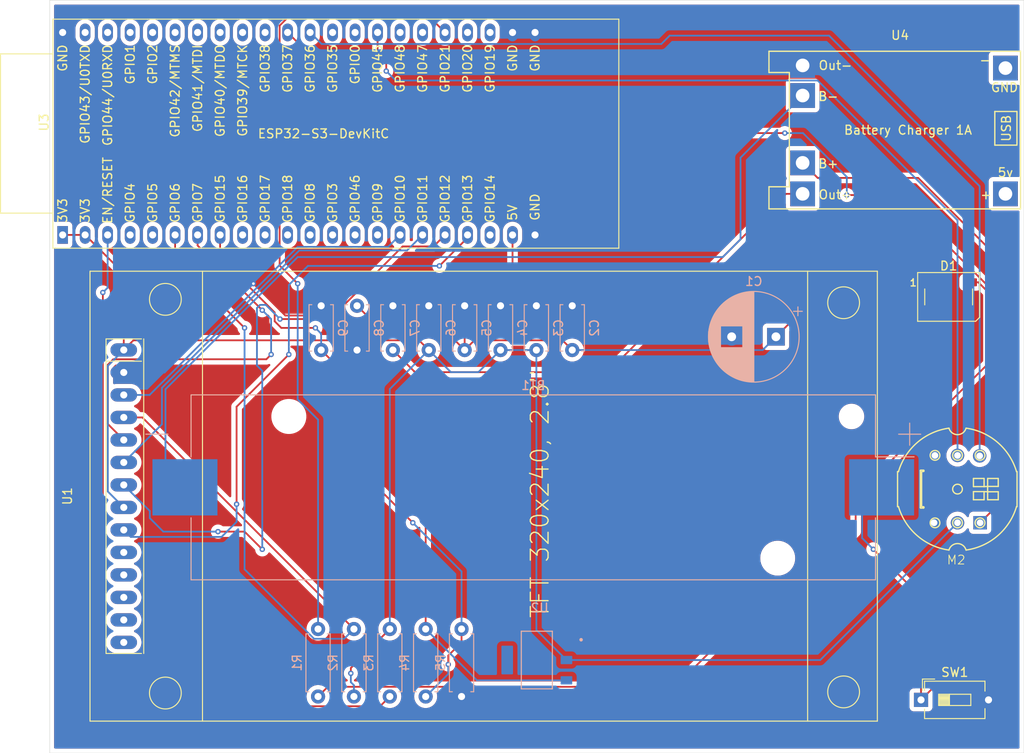
<source format=kicad_pcb>
(kicad_pcb (version 20241229) (generator "pcbnew") (generator_version "9.0")
  (layers (0 "F.Cu" signal) (2 "B.Cu" signal) (13 "F.Paste" user) (15 "B.Paste" user) (5 "F.SilkS" user "F.Silkscreen") (7 "B.SilkS" user "B.Silkscreen") (1 "F.Mask" user) (3 "B.Mask" user) (25 "Edge.Cuts" user))
  (net 0 "")
  (net 1 "Net-(BT1-+)")
  (net 2 "Net-(BT1--)")
  (net 3 "+5V")
  (net 4 "GND")
  (net 5 "+3V3")
  (net 6 "Net-(U2-VI)")
  (net 7 "Net-(U3-GPIO15{slash}ADC2_CH4{slash}32K_P)")
  (net 8 "Net-(D1-DIN)")
  (net 10 "I2S_SD")
  (net 11 "I2S_WS")
  (net 12 "I2S_SCK")
  (net 13 "NEO_DIN")
  (net 14 "TFT_RST")
  (net 15 "Net-(U3-CHIP_PU)")
  (net 16 "TFT_MOSI")
  (net 17 "TFT_DC")
  (net 18 "TFT_SCK")
  (net 24 "TFT_MISO")
  (net 25 "TFT_CS")
  (footprint "PCM_Espressif:ESP32-S3-DevKitC" (layer "F.Cu") (at 96.46 88.5 90)
    (property "Reference" "U3" (at 12.7 -2.1 90) (layer "F.SilkS"))
    (property "Value" "ESP32-S3-DevKitC" (at 11.42632 29.46128 0) (layer "F.SilkS"))
    (fp_text user "GPIO15" (at 1.27 17.78 90) (layer "F.SilkS") (effects (justify left)))
    (fp_text user "EN/RESET" (at 8.88632 5.07728 90) (layer "F.SilkS") (effects (justify right)))
    (fp_text user "GPIO1" (at 21.59 7.62 90) (layer "F.SilkS") (effects (justify right)))
    (fp_text user "GPIO43/U0TXD" (at 21.59 2.54 90) (layer "F.SilkS") (effects (justify right)))
    (fp_text user "GND" (at 21.59 53.34 90) (layer "F.SilkS") (effects (justify right)))
    (fp_text user "GPIO3" (at 1.27 30.48 90) (layer "F.SilkS") (effects (justify left)))
    (fp_text user "GPIO12" (at 1.27 43.18 90) (layer "F.SilkS") (effects (justify left)))
    (fp_text user "GPIO6" (at 1.27 12.7 90) (layer "F.SilkS") (effects (justify left)))
    (fp_text user "GPIO45" (at 21.59 35.56 90) (layer "F.SilkS") (effects (justify right)))
    (fp_text user "GPIO13" (at 1.27 45.72 90) (layer "F.SilkS") (effects (justify left)))
    (fp_text user "GPIO17" (at 1.27 22.86 90) (layer "F.SilkS") (effects (justify left)))
    (fp_text user "5V" (at 1.52032 50.79728 90) (layer "F.SilkS") (effects (justify left)))
    (fp_text user "3V3" (at 1.27 0 90) (layer "F.SilkS") (effects (justify left)))
    (fp_text user "GPIO42/MTMS" (at 21.59 12.7 90) (layer "F.SilkS") (effects (justify right)))
    (fp_text user "GPIO8" (at 1.27 27.94 90) (layer "F.SilkS") (effects (justify left)))
    (fp_text user "GPIO41/MTDI" (at 21.59 15.24 90) (layer "F.SilkS") (effects (justify right)))
    (fp_text user "GND" (at 21.59 50.8 90) (layer "F.SilkS") (effects (justify right)))
    (fp_text user "GPIO18" (at 1.27 25.4 90) (layer "F.SilkS") (effects (justify left)))
    (fp_text user "GPIO11" (at 1.27 40.64 90) (layer "F.SilkS") (effects (justify left)))
    (fp_text user "GPIO2" (at 21.59 10.16 90) (layer "F.SilkS") (effects (justify right)))
    (fp_text user "GND" (at 1.52032 53.33728 90) (layer "F.SilkS") (effects (justify left)))
    (fp_text user "GPIO5" (at 1.27 10.16 90) (layer "F.SilkS") (effects (justify left)))
    (fp_text user "GPIO9" (at 1.27 35.56 90) (layer "F.SilkS") (effects (justify left)))
    (fp_text user "GPIO0" (at 21.59 33.02 90) (layer "F.SilkS") (effects (justify right)))
    (fp_text user "GND" (at 21.59 0 90) (layer "F.SilkS") (effects (justify right)))
    (fp_text user "GPIO44/U0RXD" (at 21.59 5.08 90) (layer "F.SilkS") (effects (justify right)))
    (fp_text user "GPIO35" (at 21.59 30.48 90) (layer "F.SilkS") (effects (justify right)))
    (fp_text user "GPIO14" (at 1.27 48.26 90) (layer "F.SilkS") (effects (justify left)))
    (fp_text user "GPIO39/MTCK" (at 21.59 20.32 90) (layer "F.SilkS") (effects (justify right)))
    (fp_text user "GPIO47" (at 21.59 40.64 90) (layer "F.SilkS") (effects (justify right)))
    (fp_text user "GPIO21" (at 21.59 43.18 90) (layer "F.SilkS") (effects (justify right)))
    (fp_text user "GPIO40/MTDO" (at 21.59 17.78 90) (layer "F.SilkS") (effects (justify right)))
    (fp_text user "GPIO36" (at 21.59 27.94 90) (layer "F.SilkS") (effects (justify right)))
    (fp_text user "GPIO7" (at 1.27 15.24 90) (layer "F.SilkS") (effects (justify left)))
    (fp_text user "3V3" (at 1.27 2.54 90) (layer "F.SilkS") (effects (justify left)))
    (fp_text user "GPIO20" (at 21.59 45.72 90) (layer "F.SilkS") (effects (justify right)))
    (fp_text user "GPIO48" (at 21.59 38.1 90) (layer "F.SilkS") (effects (justify right)))
    (fp_text user "GPIO46" (at 1.27 33.02 90) (layer "F.SilkS") (effects (justify left)))
    (fp_text user "GPIO4" (at 1.27 7.62 90) (layer "F.SilkS") (effects (justify left)))
    (fp_text user "GPIO37" (at 21.59 25.4 90) (layer "F.SilkS") (effects (justify right)))
    (fp_text user "GPIO10" (at 1.27 38.1 90) (layer "F.SilkS") (effects (justify left)))
    (fp_text user "GPIO19" (at 21.59 48.26 90) (layer "F.SilkS") (effects (justify right)))
    (fp_text user "GPIO16" (at 1.27 20.32 90) (layer "F.SilkS") (effects (justify left)))
    (fp_text user "GPIO38" (at 21.59 22.86 90) (layer "F.SilkS") (effects (justify right)))
    (pad "1" thru_hole rect (at 0 0) (size 1.2 2) (drill 0.8) (layers "*.Cu" "*.Mask") (net 5 "+3V3"))
    (pad "2" thru_hole oval (at 0 2.54) (size 1.2 2) (drill 0.8) (layers "*.Cu" "*.Mask") (net 5 "+3V3"))
    (pad "3" thru_hole oval (at 0 5.08) (size 1.2 2) (drill 0.8) (layers "*.Cu" "*.Mask") (net 15 "Net-(U3-CHIP_PU)"))
    (pad "4" thru_hole oval (at 0 7.62) (size 1.2 2) (drill 0.8) (layers "*.Cu" "*.Mask"))
    (pad "5" thru_hole oval (at 0 10.16) (size 1.2 2) (drill 0.8) (layers "*.Cu" "*.Mask"))
    (pad "6" thru_hole oval (at 0 12.7) (size 1.2 2) (drill 0.8) (layers "*.Cu" "*.Mask") (net 14 "TFT_RST"))
    (pad "7" thru_hole oval (at 0 15.24) (size 1.2 2) (drill 0.8) (layers "*.Cu" "*.Mask") (net 17 "TFT_DC"))
    (pad "8" thru_hole oval (at 0 17.78) (size 1.2 2) (drill 0.8) (layers "*.Cu" "*.Mask") (net 7 "Net-(U3-GPIO15{slash}ADC2_CH4{slash}32K_P)"))
    (pad "9" thru_hole oval (at 0 20.32) (size 1.2 2) (drill 0.8) (layers "*.Cu" "*.Mask"))
    (pad "10" thru_hole oval (at 0 22.86) (size 1.2 2) (drill 0.8) (layers "*.Cu" "*.Mask"))
    (pad "11" thru_hole oval (at 0 25.4) (size 1.2 2) (drill 0.8) (layers "*.Cu" "*.Mask"))
    (pad "12" thru_hole oval (at 0 27.94) (size 1.2 2) (drill 0.8) (layers "*.Cu" "*.Mask"))
    (pad "13" thru_hole oval (at 0 30.48) (size 1.2 2) (drill 0.8) (layers "*.Cu" "*.Mask"))
    (pad "14" thru_hole oval (at 0 33.02) (size 1.2 2) (drill 0.8) (layers "*.Cu" "*.Mask"))
    (pad "15" thru_hole oval (at 0 35.56) (size 1.2 2) (drill 0.8) (layers "*.Cu" "*.Mask"))
    (pad "16" thru_hole oval (at 0 38.1) (size 1.2 2) (drill 0.8) (layers "*.Cu" "*.Mask") (net 25 "TFT_CS"))
    (pad "17" thru_hole oval (at 0 40.64) (size 1.2 2) (drill 0.8) (layers "*.Cu" "*.Mask") (net 16 "TFT_MOSI"))
    (pad "18" thru_hole oval (at 0 43.18) (size 1.2 2) (drill 0.8) (layers "*.Cu" "*.Mask") (net 18 "TFT_SCK"))
    (pad "19" thru_hole oval (at 0 45.72) (size 1.2 2) (drill 0.8) (layers "*.Cu" "*.Mask") (net 24 "TFT_MISO"))
    (pad "20" thru_hole oval (at -0.00368 48.25728) (size 1.2 2) (drill 0.8) (layers "*.Cu" "*.Mask"))
    (pad "21" thru_hole oval (at -0.00368 50.79728) (size 1.2 2) (drill 0.8) (layers "*.Cu" "*.Mask") (net 3 "+5V"))
    (pad "22" thru_hole oval (at -0.00368 53.33728) (size 1.2 2) (drill 0.8) (layers "*.Cu" "*.Mask") (net 4 "GND"))
    (pad "23" thru_hole oval (at 22.86 53.34) (size 1.2 2) (drill 0.8) (layers "*.Cu" "*.Mask") (net 4 "GND"))
    (pad "24" thru_hole oval (at 22.86 50.8) (size 1.2 2) (drill 0.8) (layers "*.Cu" "*.Mask") (net 4 "GND"))
    (pad "25" thru_hole oval (at 22.86 48.26) (size 1.2 2) (drill 0.8) (layers "*.Cu" "*.Mask"))
    (pad "26" thru_hole oval (at 22.86 45.72) (size 1.2 2) (drill 0.8) (layers "*.Cu" "*.Mask"))
    (pad "27" thru_hole oval (at 22.86 43.18) (size 1.2 2) (drill 0.8) (layers "*.Cu" "*.Mask") (net 13 "NEO_DIN"))
    (pad "28" thru_hole oval (at 22.86 40.64) (size 1.2 2) (drill 0.8) (layers "*.Cu" "*.Mask"))
    (pad "29" thru_hole oval (at 22.86 38.1) (size 1.2 2) (drill 0.8) (layers "*.Cu" "*.Mask"))
    (pad "30" thru_hole oval (at 22.86 35.56) (size 1.2 2) (drill 0.8) (layers "*.Cu" "*.Mask") (net 11 "I2S_WS"))
    (pad "31" thru_hole oval (at 22.86 33.02) (size 1.2 2) (drill 0.8) (layers "*.Cu" "*.Mask"))
    (pad "32" thru_hole oval (at 22.86 30.48) (size 1.2 2) (drill 0.8) (layers "*.Cu" "*.Mask"))
    (pad "33" thru_hole oval (at 22.86 27.94) (size 1.2 2) (drill 0.8) (layers "*.Cu" "*.Mask") (net 12 "I2S_SCK"))
    (pad "34" thru_hole oval (at 22.86 25.4) (size 1.2 2) (drill 0.8) (layers "*.Cu" "*.Mask") (net 10 "I2S_SD"))
    (pad "35" thru_hole oval (at 22.86 22.86) (size 1.2 2) (drill 0.8) (layers "*.Cu" "*.Mask"))
    (pad "36" thru_hole oval (at 22.86 20.32) (size 1.2 2) (drill 0.8) (layers "*.Cu" "*.Mask"))
    (pad "37" thru_hole oval (at 22.86 17.78) (size 1.2 2) (drill 0.8) (layers "*.Cu" "*.Mask"))
    (pad "38" thru_hole oval (at 22.86 15.24) (size 1.2 2) (drill 0.8) (layers "*.Cu" "*.Mask"))
    (pad "39" thru_hole oval (at 22.86 12.7) (size 1.2 2) (drill 0.8) (layers "*.Cu" "*.Mask"))
    (pad "40" thru_hole oval (at 22.86 10.16) (size 1.2 2) (drill 0.8) (layers "*.Cu" "*.Mask"))
    (pad "41" thru_hole oval (at 22.86 7.62) (size 1.2 2) (drill 0.8) (layers "*.Cu" "*.Mask"))
    (pad "42" thru_hole oval (at 22.86 5.08) (size 1.2 2) (drill 0.8) (layers "*.Cu" "*.Mask"))
    (pad "43" thru_hole oval (at 22.86 2.54) (size 1.2 2) (drill 0.8) (layers "*.Cu" "*.Mask"))
    (pad "44" thru_hole oval (at 22.86 0) (size 1.2 2) (drill 0.8) (layers "*.Cu" "*.Mask") (net 4 "GND"))
  )
  (footprint "Button_Switch_THT:SW_DIP_SPSTx01_Slide_6.7x4.1mm_W7.62mm_P2.54mm_LowProfile" (layer "F.Cu") (at 193.38 141)
    (property "Reference" "SW1" (at 3.81 -3.11 0) (layer "F.SilkS"))
    (property "Value" "SW_SPST")
    (pad "1" thru_hole rect (at 0 0) (size 1.6 1.6) (drill 0.8) (layers "*.Cu" "*.Mask") (net 1 "Net-(BT1-+)"))
    (pad "2" thru_hole oval (at 7.62 0) (size 1.6 1.6) (drill 0.8) (layers "*.Cu" "*.Mask") (net 4 "GND"))
  )
  (footprint "LED_SMD:LED_WS2812B_PLCC4_5.0x5.0mm_P3.2mm" (layer "F.Cu") (at 196.5 95.5)
    (property "Reference" "D1" (at 0 -3.5 0) (layer "F.SilkS"))
    (property "Value" "WS2812B")
    (fp_text user "1" (at -4 -1.6 0) (layer "F.SilkS") (effects (font (size 0.8 0.8))))
    (pad "1" smd roundrect (at -2.45 -1.65) (size 1.5 0.9) (layers "F.Cu" "F.Mask" "F.Paste") (roundrect_rratio 0.1) (net 3 "+5V"))
    (pad "2" smd roundrect (at -2.45 1.65) (size 1.5 0.9) (layers "F.Cu" "F.Mask" "F.Paste") (roundrect_rratio 0.1))
    (pad "3" smd roundrect (at 2.45 1.65) (size 1.5 0.9) (layers "F.Cu" "F.Mask" "F.Paste") (roundrect_rratio 0.1) (net 4 "GND"))
    (pad "4" smd roundrect (at 2.45 -1.65) (size 1.5 0.9) (layers "F.Cu" "F.Mask" "F.Paste") (roundrect_rratio 0.1) (net 8 "Net-(D1-DIN)"))
  )
  (footprint "ILI9341:ILI9341" (layer "F.Cu") (at 103.36 118 -90)
    (property "Reference" "U1" (at 0 6.36 90) (layer "F.SilkS"))
    (property "Value" "TFT_320x240")
    (fp_text user "TFT 320x240, 2.8\"" (at -0.254 -46.99 90) (layer "F.SilkS") (effects (font (size 2 2))))
    (pad "1" thru_hole oval (at -16.51 0 270) (size 1.5 3) (drill 0.8) (layers "*.Cu" "*.Mask") (net 5 "+3V3"))
    (pad "2" thru_hole oval (at -13.97 0 270) (size 1.5 3) (drill 0.8) (layers "*.Cu" "*.Mask") (net 4 "GND"))
    (pad "3" thru_hole oval (at -11.43 0 270) (size 1.5 3) (drill 0.8) (layers "*.Cu" "*.Mask") (net 25 "TFT_CS"))
    (pad "4" thru_hole oval (at -8.89 0 270) (size 1.5 3) (drill 0.8) (layers "*.Cu" "*.Mask") (net 14 "TFT_RST"))
    (pad "5" thru_hole oval (at -6.35 0 270) (size 1.5 3) (drill 0.8) (layers "*.Cu" "*.Mask") (net 17 "TFT_DC"))
    (pad "6" thru_hole oval (at -3.81 0 270) (size 1.5 3) (drill 0.8) (layers "*.Cu" "*.Mask") (net 16 "TFT_MOSI"))
    (pad "7" thru_hole oval (at -1.27 0 270) (size 1.5 3) (drill 0.8) (layers "*.Cu" "*.Mask") (net 18 "TFT_SCK"))
    (pad "8" thru_hole oval (at 1.27 0 270) (size 1.5 3) (drill 0.8) (layers "*.Cu" "*.Mask") (net 5 "+3V3"))
    (pad "9" thru_hole oval (at 3.81 0 270) (size 1.5 3) (drill 0.8) (layers "*.Cu" "*.Mask") (net 24 "TFT_MISO"))
    (pad "10" thru_hole oval (at 6.35 0 270) (size 1.5 3) (drill 0.8) (layers "*.Cu" "*.Mask"))
    (pad "11" thru_hole oval (at 8.89 0 270) (size 1.5 3) (drill 0.8) (layers "*.Cu" "*.Mask"))
    (pad "12" thru_hole oval (at 11.43 0 270) (size 1.5 3) (drill 0.8) (layers "*.Cu" "*.Mask"))
    (pad "13" thru_hole oval (at 13.97 0 270) (size 1.5 3) (drill 0.8) (layers "*.Cu" "*.Mask"))
    (pad "14" thru_hole oval (at 16.51 0 270) (size 1.5 3) (drill 0.8) (layers "*.Cu" "*.Mask"))
  )
  (footprint "TP4056:TP4056" (layer "F.Cu") (at 204.6125 85.5625 180)
    (property "Reference" "U4" (at 13.6 19.6 0) (layer "F.SilkS"))
    (property "Value" "TP4056_Module")
    (fp_text user "B-" (at 21.7 12.7 0) (layer "F.SilkS"))
    (fp_text user "Out-" (at 20.9 16.2 0) (layer "F.SilkS"))
    (fp_text user "5v" (at 1.7 4.1 0) (layer "F.SilkS"))
    (fp_text user "+" (at 3.9 1.6 0) (layer "F.SilkS"))
    (fp_text user "Out+" (at 20.9 1.6 0) (layer "F.SilkS"))
    (fp_text user "-" (at 4 16.8 0) (layer "F.SilkS"))
    (fp_text user "Battery Charger 1A" (at 12.7 8.9 0) (layer "F.SilkS"))
    (fp_text user "GND" (at 1.8 13.7 0) (layer "F.SilkS"))
    (fp_text user "USB" (at 1.6 9.1 90) (layer "F.SilkS"))
    (fp_text user "B+" (at 21.7 5.1 0) (layer "F.SilkS"))
    (pad "1" thru_hole rect (at 1.7 1.7 180) (size 2.8 2.8) (drill 1.54) (layers "*.Cu" "*.Mask"))
    (pad "2" thru_hole rect (at 1.7 15.9 180) (size 2.8 2.8) (drill 1.54) (layers "*.Cu" "*.Mask"))
    (pad "3" thru_hole rect (at 24.6 1.7 180) (size 2.8 2.8) (drill 1.54) (layers "*.Cu" "*.Mask") (net 6 "Net-(U2-VI)"))
    (pad "4" thru_hole rect (at 24.6 16.2 180) (size 2.8 2.8) (drill 1.54) (layers "*.Cu" "*.Mask") (net 4 "GND"))
    (pad "5" thru_hole rect (at 24.6 5.2 180) (size 2.8 2.8) (drill 1.54) (layers "*.Cu" "*.Mask") (net 1 "Net-(BT1-+)"))
    (pad "6" thru_hole rect (at 24.6 12.8 180) (size 2.8 2.8) (drill 1.54) (layers "*.Cu" "*.Mask") (net 2 "Net-(BT1--)"))
  )
  (footprint "INMP441:Mic_INMP441_Custom" (layer "F.Cu") (at 197.35 125.7)
    (property "Reference" "M2" (at 0 -0.5 0) (layer "F.SilkS") (effects (font (thickness 0.1))))
    (property "Value" "~")
    (pad "1" thru_hole rect (at 2.7 -4.7 270) (size 1.524 1.524) (drill 0.762) (layers "*.Cu" "*.Mask") (net 10 "I2S_SD"))
    (pad "2" thru_hole circle (at 0.15 -4.7 270) (size 1.524 1.524) (drill 0.762) (layers "*.Cu" "*.Mask") (net 5 "+3V3"))
    (pad "3" thru_hole circle (at -2.5 -4.7 270) (size 1.524 1.524) (drill 0.762) (layers "*.Cu" "*.Mask") (net 4 "GND"))
    (pad "4" thru_hole circle (at 2.65 -12.25 270) (size 1.524 1.524) (drill 0.762) (layers "*.Cu" "*.Mask") (net 12 "I2S_SCK"))
    (pad "5" thru_hole circle (at 0.15 -12.3 270) (size 1.524 1.524) (drill 0.762) (layers "*.Cu" "*.Mask") (net 11 "I2S_WS"))
    (pad "6" thru_hole circle (at -2.4 -12.3 270) (size 1.524 1.524) (drill 0.762) (layers "*.Cu" "*.Mask") (net 4 "GND"))
  )
  (footprint "Capacitor_THT:C_Disc_D5.0mm_W2.5mm_P5.00mm" (layer "B.Cu") (at 154 101.5 90)
    (property "Reference" "C2" (at 2.5 2.5 90) (layer "B.SilkS") (effects (justify mirror)))
    (property "Value" "0.1µF")
    (pad "1" thru_hole circle (at 0 0 90) (size 1.6 1.6) (drill 0.8) (layers "*.Cu" "*.Mask") (net 3 "+5V"))
    (pad "2" thru_hole circle (at 5 0 90) (size 1.6 1.6) (drill 0.8) (layers "*.Cu" "*.Mask") (net 4 "GND"))
  )
  (footprint "Capacitor_THT:C_Disc_D5.0mm_W2.5mm_P5.00mm" (layer "B.Cu") (at 133.75 101.5 90)
    (property "Reference" "C7" (at 2.5 2.5 90) (layer "B.SilkS") (effects (justify mirror)))
    (property "Value" "10µF")
    (pad "1" thru_hole circle (at 0 0 90) (size 1.6 1.6) (drill 0.8) (layers "*.Cu" "*.Mask") (net 6 "Net-(U2-VI)"))
    (pad "2" thru_hole circle (at 5 0 90) (size 1.6 1.6) (drill 0.8) (layers "*.Cu" "*.Mask") (net 4 "GND"))
  )
  (footprint "Battery:BatteryHolder_Keystone_1042_1x18650" (layer "B.Cu") (at 149.6 117 180)
    (property "Reference" "BT1" (at 0 11.5 0) (layer "B.SilkS") (effects (justify mirror)))
    (property "Value" "Battery_Cell")
    (pad "" np_thru_hole circle (at -35.93 8 180) (size 2.39 2.39) (drill 2.39) (layers "*.Cu" "*.Mask"))
    (pad "" np_thru_hole circle (at -27.6 -8 180) (size 3.45 3.45) (drill 3.45) (layers "*.Cu" "*.Mask"))
    (pad "" np_thru_hole circle (at 27.6 8 180) (size 3.45 3.45) (drill 3.45) (layers "*.Cu" "*.Mask"))
    (pad "1" smd rect (at -39.33 0 180) (size 7.34 6.35) (layers "B.Cu" "B.Mask" "B.Paste") (net 1 "Net-(BT1-+)"))
    (pad "2" smd rect (at 39.33 0 180) (size 7.34 6.35) (layers "B.Cu" "B.Mask" "B.Paste") (net 2 "Net-(BT1--)"))
  )
  (footprint "Resistor_THT:R_Axial_DIN0207_L6.3mm_D2.5mm_P7.62mm_Horizontal" (layer "B.Cu") (at 129.35 133 -90)
    (property "Reference" "R2" (at 3.81 2.37 90) (layer "B.SilkS") (effects (justify mirror)))
    (property "Value" "10kΩ")
    (pad "1" thru_hole circle (at 0 0 270) (size 1.6 1.6) (drill 0.8) (layers "*.Cu" "*.Mask") (net 14 "TFT_RST"))
    (pad "2" thru_hole oval (at 7.62 0 270) (size 1.6 1.6) (drill 0.8) (layers "*.Cu" "*.Mask") (net 5 "+3V3"))
  )
  (footprint "Capacitor_THT:CP_Radial_D10.0mm_P5.00mm" (layer "B.Cu") (at 177 100 180)
    (property "Reference" "C1" (at 2.5 6.25 0) (layer "B.SilkS") (effects (justify mirror)))
    (property "Value" "1000µF")
    (pad "1" thru_hole rect (at 0 0 180) (size 2 2) (drill 1) (layers "*.Cu" "*.Mask") (net 3 "+5V"))
    (pad "2" thru_hole circle (at 5 0 180) (size 2 2) (drill 1) (layers "*.Cu" "*.Mask") (net 4 "GND"))
  )
  (footprint "Capacitor_THT:C_Disc_D5.0mm_W2.5mm_P5.00mm" (layer "B.Cu") (at 125.65 101.5 90)
    (property "Reference" "C9" (at 2.5 2.5 90) (layer "B.SilkS") (effects (justify mirror)))
    (property "Value" "0.1uF")
    (pad "1" thru_hole circle (at 0 0 90) (size 1.6 1.6) (drill 0.8) (layers "*.Cu" "*.Mask") (net 7 "Net-(U3-GPIO15{slash}ADC2_CH4{slash}32K_P)"))
    (pad "2" thru_hole circle (at 5 0 90) (size 1.6 1.6) (drill 0.8) (layers "*.Cu" "*.Mask") (net 4 "GND"))
  )
  (footprint "Capacitor_THT:C_Disc_D5.0mm_W2.5mm_P5.00mm" (layer "B.Cu") (at 145.9 101.5 90)
    (property "Reference" "C4" (at 2.5 2.5 90) (layer "B.SilkS") (effects (justify mirror)))
    (property "Value" "4.7µF")
    (pad "1" thru_hole circle (at 0 0 90) (size 1.6 1.6) (drill 0.8) (layers "*.Cu" "*.Mask") (net 5 "+3V3"))
    (pad "2" thru_hole circle (at 5 0 90) (size 1.6 1.6) (drill 0.8) (layers "*.Cu" "*.Mask") (net 4 "GND"))
  )
  (footprint "Resistor_THT:R_Axial_DIN0207_L6.3mm_D2.5mm_P7.62mm_Horizontal" (layer "B.Cu") (at 137.45 133 -90)
    (property "Reference" "R4" (at 3.81 2.37 90) (layer "B.SilkS") (effects (justify mirror)))
    (property "Value" "100k")
    (pad "1" thru_hole circle (at 0 0 270) (size 1.6 1.6) (drill 0.8) (layers "*.Cu" "*.Mask") (net 6 "Net-(U2-VI)"))
    (pad "2" thru_hole oval (at 7.62 0 270) (size 1.6 1.6) (drill 0.8) (layers "*.Cu" "*.Mask") (net 7 "Net-(U3-GPIO15{slash}ADC2_CH4{slash}32K_P)"))
  )
  (footprint "Capacitor_THT:C_Disc_D5.0mm_W2.5mm_P5.00mm" (layer "B.Cu") (at 149.95 101.5 90)
    (property "Reference" "C3" (at 2.5 2.5 90) (layer "B.SilkS") (effects (justify mirror)))
    (property "Value" "0.1µF")
    (pad "1" thru_hole circle (at 0 0 90) (size 1.6 1.6) (drill 0.8) (layers "*.Cu" "*.Mask") (net 5 "+3V3"))
    (pad "2" thru_hole circle (at 5 0 90) (size 1.6 1.6) (drill 0.8) (layers "*.Cu" "*.Mask") (net 4 "GND"))
  )
  (footprint "Capacitor_THT:C_Disc_D5.0mm_W2.5mm_P5.00mm" (layer "B.Cu") (at 141.85 101.5 90)
    (property "Reference" "C5" (at 2.5 2.5 90) (layer "B.SilkS") (effects (justify mirror)))
    (property "Value" "4.7µF")
    (pad "1" thru_hole circle (at 0 0 90) (size 1.6 1.6) (drill 0.8) (layers "*.Cu" "*.Mask") (net 3 "+5V"))
    (pad "2" thru_hole circle (at 5 0 90) (size 1.6 1.6) (drill 0.8) (layers "*.Cu" "*.Mask") (net 4 "GND"))
  )
  (footprint "Capacitor_THT:C_Disc_D5.0mm_W2.5mm_P5.00mm" (layer "B.Cu") (at 129.7 101.5 90)
    (property "Reference" "C8" (at 2.5 2.5 90) (layer "B.SilkS") (effects (justify mirror)))
    (property "Value" "100µF")
    (pad "1" thru_hole circle (at 0 0 90) (size 1.6 1.6) (drill 0.8) (layers "*.Cu" "*.Mask") (net 4 "GND"))
    (pad "2" thru_hole circle (at 5 0 90) (size 1.6 1.6) (drill 0.8) (layers "*.Cu" "*.Mask") (net 3 "+5V"))
  )
  (footprint "Resistor_THT:R_Axial_DIN0207_L6.3mm_D2.5mm_P7.62mm_Horizontal" (layer "B.Cu") (at 141.5 133 -90)
    (property "Reference" "R5" (at 3.81 2.37 90) (layer "B.SilkS") (effects (justify mirror)))
    (property "Value" "27k")
    (pad "1" thru_hole circle (at 0 0 270) (size 1.6 1.6) (drill 0.8) (layers "*.Cu" "*.Mask") (net 7 "Net-(U3-GPIO15{slash}ADC2_CH4{slash}32K_P)"))
    (pad "2" thru_hole oval (at 7.62 0 270) (size 1.6 1.6) (drill 0.8) (layers "*.Cu" "*.Mask") (net 4 "GND"))
  )
  (footprint "AMS:SOT229P700X180-4N" (layer "B.Cu") (at 150 136.5 180)
    (property "Reference" "U2" (at -0.3275 5.885 0) (layer "B.SilkS") (effects (justify mirror)))
    (property "Value" "AMS1117-3.3")
    (pad "1" smd roundrect (at -3.345 2.29 180) (size 1.31 0.93) (layers "B.Cu" "B.Mask" "B.Paste") (roundrect_rratio 0.075) (net 4 "GND"))
    (pad "2" smd roundrect (at -3.345 0 180) (size 1.31 0.93) (layers "B.Cu" "B.Mask" "B.Paste") (roundrect_rratio 0.075) (net 5 "+3V3"))
    (pad "3" smd roundrect (at -3.345 -2.29 180) (size 1.31 0.93) (layers "B.Cu" "B.Mask" "B.Paste") (roundrect_rratio 0.075) (net 6 "Net-(U2-VI)"))
    (pad "4" smd roundrect (at 3.345 0 180) (size 1.31 3.24) (layers "B.Cu" "B.Mask" "B.Paste") (roundrect_rratio 0.075))
  )
  (footprint "Capacitor_THT:C_Disc_D5.0mm_W2.5mm_P5.00mm" (layer "B.Cu") (at 137.8 101.5 90)
    (property "Reference" "C6" (at 2.5 2.5 90) (layer "B.SilkS") (effects (justify mirror)))
    (property "Value" "10µF")
    (pad "1" thru_hole circle (at 0 0 90) (size 1.6 1.6) (drill 0.8) (layers "*.Cu" "*.Mask") (net 5 "+3V3"))
    (pad "2" thru_hole circle (at 5 0 90) (size 1.6 1.6) (drill 0.8) (layers "*.Cu" "*.Mask") (net 4 "GND"))
  )
  (footprint "Resistor_THT:R_Axial_DIN0207_L6.3mm_D2.5mm_P7.62mm_Horizontal" (layer "B.Cu") (at 125.3 133 -90)
    (property "Reference" "R1" (at 3.81 2.37 90) (layer "B.SilkS") (effects (justify mirror)))
    (property "Value" "330")
    (pad "1" thru_hole circle (at 0 0 270) (size 1.6 1.6) (drill 0.8) (layers "*.Cu" "*.Mask") (net 13 "NEO_DIN"))
    (pad "2" thru_hole oval (at 7.62 0 270) (size 1.6 1.6) (drill 0.8) (layers "*.Cu" "*.Mask") (net 8 "Net-(D1-DIN)"))
  )
  (footprint "Resistor_THT:R_Axial_DIN0207_L6.3mm_D2.5mm_P7.62mm_Horizontal" (layer "B.Cu") (at 133.4 133 -90)
    (property "Reference" "R3" (at 3.81 2.37 90) (layer "B.SilkS") (effects (justify mirror)))
    (property "Value" "10kΩ")
    (pad "1" thru_hole circle (at 0 0 270) (size 1.6 1.6) (drill 0.8) (layers "*.Cu" "*.Mask") (net 5 "+3V3"))
    (pad "2" thru_hole oval (at 7.62 0 270) (size 1.6 1.6) (drill 0.8) (layers "*.Cu" "*.Mask") (net 15 "Net-(U3-CHIP_PU)"))
  )
  (gr_rect (start 95 62) (end 205 147) (stroke (width 0.05)) (fill no) (layer "Edge.Cuts"))
  (segment (start 181.7125 82.0625) (end 193.0625 82.0625) (width 0.2) (layer "F.Cu") (net 1))
  (segment (start 193.38 129.38) (end 193.38 141) (width 0.2) (layer "F.Cu") (net 1))
  (segment (start 180.0125 80.3625) (end 181.7125 82.0625) (width 0.2) (layer "F.Cu") (net 1))
  (segment (start 202 132.38) (end 193.38 141) (width 0.2) (layer "F.Cu") (net 1))
  (segment (start 188 124) (end 193.38 129.38) (width 0.2) (layer "F.Cu") (net 1))
  (segment (start 193.0625 82.0625) (end 202 91) (width 0.2) (layer "F.Cu") (net 1))
  (segment (start 202 91) (end 202 132.38) (width 0.2) (layer "F.Cu") (net 1))
  (via (at 188 124) (size 0.6) (drill 0.3) (layers "F.Cu" "B.Cu") (net 1))
  (segment (start 186.73 118) (end 186.73 122.73) (width 0.2) (layer "B.Cu") (net 1))
  (segment (start 186.73 122.73) (end 188 124) (width 0.2) (layer "B.Cu") (net 1))
  (segment (start 123 91) (end 108.07 105.93) (width 0.2) (layer "B.Cu") (net 2))
  (segment (start 173 89) (end 171 91) (width 0.2) (layer "B.Cu") (net 2))
  (segment (start 108.07 105.93) (end 108.07 118) (width 0.2) (layer "B.Cu") (net 2))
  (segment (start 173 79.775) (end 173 89) (width 0.2) (layer "B.Cu") (net 2))
  (segment (start 180.0125 72.7625) (end 173 79.775) (width 0.2) (layer "B.Cu") (net 2))
  (segment (start 171 91) (end 123 91) (width 0.2) (layer "B.Cu") (net 2))
  (segment (start 194.05 93.85) (end 183.15 93.85) (width 0.2) (layer "F.Cu") (net 3))
  (segment (start 130.8 97.6) (end 137.95 97.6) (width 0.2) (layer "F.Cu") (net 3))
  (segment (start 141.85 101.5) (end 141.85 98.994365) (width 0.2) (layer "F.Cu") (net 3))
  (segment (start 129.7 96.5) (end 130.8 97.6) (width 0.2) (layer "F.Cu") (net 3))
  (segment (start 141.85 101.5) (end 142.95 100.4) (width 0.2) (layer "F.Cu") (net 3))
  (segment (start 137.95 97.6) (end 141.85 101.5) (width 0.2) (layer "F.Cu") (net 3))
  (segment (start 141.85 98.994365) (end 147.25728 93.587085) (width 0.2) (layer "F.Cu") (net 3))
  (segment (start 147.25728 93.587085) (end 147.25728 88.50368) (width 0.2) (layer "F.Cu") (net 3))
  (segment (start 152.9 100.4) (end 154 101.5) (width 0.2) (layer "F.Cu") (net 3))
  (segment (start 142.95 100.4) (end 152.9 100.4) (width 0.2) (layer "F.Cu") (net 3))
  (segment (start 183.15 93.85) (end 177 100) (width 0.2) (layer "F.Cu") (net 3))
  (segment (start 154 101.5) (end 175.5 101.5) (width 0.2) (layer "B.Cu") (net 3))
  (segment (start 175.5 101.5) (end 177 100) (width 0.2) (layer "B.Cu") (net 3))
  (segment (start 124.55 97.6) (end 125.65 96.5) (width 0.2) (layer "F.Cu") (net 4))
  (segment (start 121.6 97.6) (end 124.55 97.6) (width 0.2) (layer "F.Cu") (net 4))
  (segment (start 118 94) (end 121.6 97.6) (width 0.2) (layer "F.Cu") (net 4))
  (via (at 118 94) (size 0.6) (drill 0.3) (layers "F.Cu" "B.Cu") (net 4))
  (segment (start 107.97 104.03) (end 118 94) (width 0.2) (layer "B.Cu") (net 4))
  (segment (start 103.36 104.03) (end 107.97 104.03) (width 0.2) (layer "B.Cu") (net 4))
  (segment (start 104.45 100.4) (end 136.7 100.4) (width 0.2) (layer "F.Cu") (net 5))
  (segment (start 136.7 100.4) (end 137.8 101.5) (width 0.2) (layer "F.Cu") (net 5))
  (segment (start 133.4 133) (end 129 137.4) (width 0.2) (layer "F.Cu") (net 5))
  (segment (start 103.36 92.86) (end 99 88.5) (width 0.2) (layer "F.Cu") (net 5))
  (segment (start 103.36 101.49) (end 103.36 92.86) (width 0.2) (layer "F.Cu") (net 5))
  (segment (start 99 88.5) (end 96.46 88.5) (width 0.2) (layer "F.Cu") (net 5))
  (segment (start 103.36 101.49) (end 104.45 100.4) (width 0.2) (layer "F.Cu") (net 5))
  (segment (start 129 137.4) (end 129 138) (width 0.2) (layer "F.Cu") (net 5))
  (via (at 129 138) (size 0.6) (drill 0.3) (layers "F.Cu" "B.Cu") (net 5))
  (segment (start 129 139) (end 129.35 139.35) (width 0.2) (layer "B.Cu") (net 5))
  (segment (start 140.3 104) (end 143.4 104) (width 0.2) (layer "B.Cu") (net 5))
  (segment (start 101.56 117.47) (end 101.56 103.29) (width 0.2) (layer "B.Cu") (net 5))
  (segment (start 182 136.5) (end 197.5 121) (width 0.2) (layer "B.Cu") (net 5))
  (segment (start 101.56 103.29) (end 103.36 101.49) (width 0.2) (layer "B.Cu") (net 5))
  (segment (start 149.95 133.105) (end 153.345 136.5) (width 0.2) (layer "B.Cu") (net 5))
  (segment (start 143.4 104) (end 145.9 101.5) (width 0.2) (layer "B.Cu") (net 5))
  (segment (start 145.9 101.5) (end 149.95 101.5) (width 0.2) (layer "B.Cu") (net 5))
  (segment (start 149.95 101.5) (end 149.95 133.105) (width 0.2) (layer "B.Cu") (net 5))
  (segment (start 133.4 105.9) (end 137.8 101.5) (width 0.2) (layer "B.Cu") (net 5))
  (segment (start 133.4 133) (end 133.4 105.9) (width 0.2) (layer "B.Cu") (net 5))
  (segment (start 137.8 101.5) (end 140.3 104) (width 0.2) (layer "B.Cu") (net 5))
  (segment (start 129 138) (end 129 139) (width 0.2) (layer "B.Cu") (net 5))
  (segment (start 103.36 119.27) (end 101.56 117.47) (width 0.2) (layer "B.Cu") (net 5))
  (segment (start 129.35 139.35) (end 129.35 140.62) (width 0.2) (layer "B.Cu") (net 5))
  (segment (start 153.345 136.5) (end 182 136.5) (width 0.2) (layer "B.Cu") (net 5))
  (segment (start 137.45 133) (end 137.45 105.2) (width 0.2) (layer "F.Cu") (net 6))
  (segment (start 136.25 104) (end 136.125 103.875) (width 0.2) (layer "F.Cu") (net 6))
  (segment (start 136.125 103.875) (end 133.75 101.5) (width 0.2) (layer "F.Cu") (net 6))
  (segment (start 178.1375 83.8625) (end 158 104) (width 0.2) (layer "F.Cu") (net 6))
  (segment (start 180.0125 83.8625) (end 178.1375 83.8625) (width 0.2) (layer "F.Cu") (net 6))
  (segment (start 158 104) (end 136.25 104) (width 0.2) (layer "F.Cu") (net 6))
  (segment (start 137.45 105.2) (end 136.125 103.875) (width 0.2) (layer "F.Cu") (net 6))
  (segment (start 153.345 138.79) (end 143.24 138.79) (width 0.2) (layer "B.Cu") (net 6))
  (segment (start 143.24 138.79) (end 137.45 133) (width 0.2) (layer "B.Cu") (net 6))
  (segment (start 114.24 88.5) (end 114.24 91.088529) (width 0.2) (layer "F.Cu") (net 7))
  (segment (start 131 116) (end 131 106.85) (width 0.2) (layer "F.Cu") (net 7))
  (segment (start 140 136) (end 141.5 134.5) (width 0.2) (layer "F.Cu") (net 7))
  (segment (start 140 137) (end 140 136) (width 0.2) (layer "F.Cu") (net 7))
  (segment (start 136 121) (end 131 116) (width 0.2) (layer "F.Cu") (net 7))
  (segment (start 120.4 98.248529) (end 121.151471 99) (width 0.2) (layer "F.Cu") (net 7))
  (segment (start 114.24 91.088529) (end 120.4 97.248529) (width 0.2) (layer "F.Cu") (net 7))
  (segment (start 131 106.85) (end 125.65 101.5) (width 0.2) (layer "F.Cu") (net 7))
  (segment (start 121.151471 99) (end 125 99) (width 0.2) (layer "F.Cu") (net 7))
  (segment (start 120.4 97.248529) (end 120.4 98.248529) (width 0.2) (layer "F.Cu") (net 7))
  (segment (start 141.5 134.5) (end 141.5 133) (width 0.2) (layer "F.Cu") (net 7))
  (via (at 140 137) (size 0.6) (drill 0.3) (layers "F.Cu" "B.Cu") (net 7))
  (via (at 136 121) (size 0.6) (drill 0.3) (layers "F.Cu" "B.Cu") (net 7))
  (via (at 125 99) (size 0.6) (drill 0.3) (layers "F.Cu" "B.Cu") (net 7))
  (segment (start 141.5 126.5) (end 136 121) (width 0.2) (layer "B.Cu") (net 7))
  (segment (start 140 138.07) (end 140 137) (width 0.2) (layer "B.Cu") (net 7))
  (segment (start 141.5 133) (end 141.5 126.5) (width 0.2) (layer "B.Cu") (net 7))
  (segment (start 125 99) (end 125.65 99.65) (width 0.2) (layer "B.Cu") (net 7))
  (segment (start 125.65 99.65) (end 125.65 101.5) (width 0.2) (layer "B.Cu") (net 7))
  (segment (start 137.45 140.62) (end 140 138.07) (width 0.2) (layer "B.Cu") (net 7))
  (segment (start 186 118) (end 201 103) (width 0.2) (layer "F.Cu") (net 8))
  (segment (start 125.3 140.62) (end 126.4 139.52) (width 0.2) (layer "F.Cu") (net 8))
  (segment (start 186 122) (end 186 118) (width 0.2) (layer "F.Cu") (net 8))
  (segment (start 180 128) (end 186 122) (width 0.2) (layer "F.Cu") (net 8))
  (segment (start 201 95) (end 199.85 93.85) (width 0.2) (layer "F.Cu") (net 8))
  (segment (start 165.614493 139.52) (end 177.134493 128) (width 0.2) (layer "F.Cu") (net 8))
  (segment (start 199.85 93.85) (end 198.95 93.85) (width 0.2) (layer "F.Cu") (net 8))
  (segment (start 126.4 139.52) (end 165.614493 139.52) (width 0.2) (layer "F.Cu") (net 8))
  (segment (start 201 103) (end 201 95) (width 0.2) (layer "F.Cu") (net 8))
  (segment (start 177.134493 128) (end 180 128) (width 0.2) (layer "F.Cu") (net 8))
  (segment (start 201.4 94.725964) (end 190.674036 84) (width 0.2) (layer "F.Cu") (net 10))
  (segment (start 190.674036 84) (end 185 84) (width 0.2) (layer "F.Cu") (net 10))
  (segment (start 178 77) (end 133.22 77) (width 0.2) (layer "F.Cu") (net 10))
  (segment (start 201.4 119.65) (end 201.4 94.725964) (width 0.2) (layer "F.Cu") (net 10))
  (segment (start 200.05 121) (end 201.4 119.65) (width 0.2) (layer "F.Cu") (net 10))
  (segment (start 133.22 77) (end 121.86 65.64) (width 0.2) (layer "F.Cu") (net 10))
  (via (at 185 84) (size 0.6) (drill 0.3) (layers "F.Cu" "B.Cu") (net 10))
  (via (at 178 77) (size 0.6) (drill 0.3) (layers "F.Cu" "B.Cu") (net 10))
  (segment (start 185 84) (end 185 81.95) (width 0.2) (layer "B.Cu") (net 10))
  (segment (start 185 81.95) (end 180.05 77) (width 0.2) (layer "B.Cu") (net 10))
  (segment (start 180.05 77) (end 178 77) (width 0.2) (layer "B.Cu") (net 10))
  (segment (start 133 70) (end 133 69) (width 0.2) (layer "F.Cu") (net 11))
  (segment (start 132.02 68.02) (end 132.02 65.64) (width 0.2) (layer "F.Cu") (net 11))
  (segment (start 133 69) (end 132.02 68.02) (width 0.2) (layer "F.Cu") (net 11))
  (via (at 133 70) (size 0.6) (drill 0.3) (layers "F.Cu" "B.Cu") (net 11))
  (segment (start 134.0625 71.0625) (end 133 70) (width 0.2) (layer "B.Cu") (net 11))
  (segment (start 197.5 113.4) (end 197.5 86.85) (width 0.2) (layer "B.Cu") (net 11))
  (segment (start 181.7125 71.0625) (end 134.0625 71.0625) (width 0.2) (layer "B.Cu") (net 11))
  (segment (start 197.5 86.85) (end 181.7125 71.0625) (width 0.2) (layer "B.Cu") (net 11))
  (segment (start 164.06 66.94) (end 125.7 66.94) (width 0.2) (layer "B.Cu") (net 12))
  (segment (start 200 83) (end 183 66) (width 0.2) (layer "B.Cu") (net 12))
  (segment (start 183 66) (end 165 66) (width 0.2) (layer "B.Cu") (net 12))
  (segment (start 125.7 66.94) (end 124.4 65.64) (width 0.2) (layer "B.Cu") (net 12))
  (segment (start 200 113.45) (end 200 83) (width 0.2) (layer "B.Cu") (net 12))
  (segment (start 165 66) (end 164.06 66.94) (width 0.2) (layer "B.Cu") (net 12))
  (segment (start 123 94) (end 120.96 91.96) (width 0.2) (layer "F.Cu") (net 13))
  (segment (start 120.96 91.96) (end 120.96 64.867208) (width 0.2) (layer "F.Cu") (net 13))
  (segment (start 138 64) (end 139.64 65.64) (width 0.2) (layer "F.Cu") (net 13))
  (segment (start 120.96 64.867208) (end 121.827208 64) (width 0.2) (layer "F.Cu") (net 13))
  (segment (start 121.827208 64) (end 138 64) (width 0.2) (layer "F.Cu") (net 13))
  (via (at 123 94) (size 0.6) (drill 0.3) (layers "F.Cu" "B.Cu") (net 13))
  (segment (start 125.3 109.365507) (end 123 107.065507) (width 0.2) (layer "B.Cu") (net 13))
  (segment (start 123 107.065507) (end 123 94) (width 0.2) (layer "B.Cu") (net 13))
  (segment (start 125.3 133) (end 125.3 109.365507) (width 0.2) (layer "B.Cu") (net 13))
  (segment (start 117 99) (end 109.16 91.16) (width 0.2) (layer "F.Cu") (net 14))
  (segment (start 105.46 109.11) (end 129.35 133) (width 0.2) (layer "F.Cu") (net 14))
  (segment (start 103.36 109.11) (end 105.46 109.11) (width 0.2) (layer "F.Cu") (net 14))
  (segment (start 109.16 91.16) (end 109.16 88.5) (width 0.2) (layer "F.Cu") (net 14))
  (via (at 117 99) (size 0.6) (drill 0.3) (layers "F.Cu" "B.Cu") (net 14))
  (segment (start 129.35 133) (end 128.25 134.1) (width 0.2) (layer "B.Cu") (net 14))
  (segment (start 117 126.255635) (end 117 99) (width 0.2) (layer "B.Cu") (net 14))
  (segment (start 128.25 134.1) (end 124.844365 134.1) (width 0.2) (layer "B.Cu") (net 14))
  (segment (start 124.844365 134.1) (end 117 126.255635) (width 0.2) (layer "B.Cu") (net 14))
  (segment (start 104.72 141.72) (end 101 138) (width 0.2) (layer "F.Cu") (net 15))
  (segment (start 133.4 140.62) (end 132.3 141.72) (width 0.2) (layer "F.Cu") (net 15))
  (segment (start 132.3 141.72) (end 104.72 141.72) (width 0.2) (layer "F.Cu") (net 15))
  (segment (start 101 138) (end 101 95) (width 0.2) (layer "F.Cu") (net 15))
  (via (at 101 95) (size 0.6) (drill 0.3) (layers "F.Cu" "B.Cu") (net 15))
  (segment (start 101.54 94.46) (end 101.54 88.5) (width 0.2) (layer "B.Cu") (net 15))
  (segment (start 101 95) (end 101.54 94.46) (width 0.2) (layer "B.Cu") (net 15))
  (segment (start 103.36 114.19) (end 107.67 109.88) (width 0.2) (layer "B.Cu") (net 16))
  (segment (start 135.351471 90.248529) (end 137.1 88.5) (width 0.2) (layer "B.Cu") (net 16))
  (segment (start 107.67 109.88) (end 107.67 105.764314) (width 0.2) (layer "B.Cu") (net 16))
  (segment (start 107.67 105.764314) (end 123.185785 90.248529) (width 0.2) (layer "B.Cu") (net 16))
  (segment (start 123.185785 90.248529) (end 135.351471 90.248529) (width 0.2) (layer "B.Cu") (net 16))
  (segment (start 119.46 102.54) (end 120 102) (width 0.2) (layer "F.Cu") (net 17))
  (segment (start 101.56 109.85) (end 101.56 103.155076) (width 0.2) (layer "F.Cu") (net 17))
  (segment (start 103.36 111.65) (end 101.56 109.85) (width 0.2) (layer "F.Cu") (net 17))
  (segment (start 101.56 103.155076) (end 102.175076 102.54) (width 0.2) (layer "F.Cu") (net 17))
  (segment (start 102.175076 102.54) (end 119.46 102.54) (width 0.2) (layer "F.Cu") (net 17))
  (segment (start 119 97) (end 111.7 89.7) (width 0.2) (layer "F.Cu") (net 17))
  (segment (start 111.7 89.7) (end 111.7 88.5) (width 0.2) (layer "F.Cu") (net 17))
  (via (at 120 102) (size 0.6) (drill 0.3) (layers "F.Cu" "B.Cu") (net 17))
  (via (at 119 97) (size 0.6) (drill 0.3) (layers "F.Cu" "B.Cu") (net 17))
  (segment (start 120 102) (end 120 98) (width 0.2) (layer "B.Cu") (net 17))
  (segment (start 120 98) (end 119 97) (width 0.2) (layer "B.Cu") (net 17))
  (segment (start 138.34 89.8) (end 139.64 88.5) (width 0.2) (layer "F.Cu") (net 18))
  (segment (start 114 122) (end 117 122) (width 0.2) (layer "F.Cu") (net 18))
  (segment (start 117 122) (end 119 124) (width 0.2) (layer "F.Cu") (net 18))
  (segment (start 121 98) (end 126.644365 98) (width 0.2) (layer "F.Cu") (net 18))
  (segment (start 134.844365 89.8) (end 138.34 89.8) (width 0.2) (layer "F.Cu") (net 18))
  (segment (start 126.644365 98) (end 134.844365 89.8) (width 0.2) (layer "F.Cu") (net 18))
  (via (at 114 122) (size 0.6) (drill 0.3) (layers "F.Cu" "B.Cu") (net 18))
  (via (at 119 124) (size 0.6) (drill 0.3) (layers "F.Cu" "B.Cu") (net 18))
  (via (at 121 98) (size 0.6) (drill 0.3) (layers "F.Cu" "B.Cu") (net 18))
  (segment (start 103.36 116.73) (end 106.3 119.67) (width 0.2) (layer "B.Cu") (net 18))
  (segment (start 118.751471 96.4) (end 119.4 96.4) (width 0.2) (layer "B.Cu") (net 18))
  (segment (start 107.825 122) (end 114 122) (width 0.2) (layer "B.Cu") (net 18))
  (segment (start 119 124) (end 119 103.848529) (width 0.2) (layer "B.Cu") (net 18))
  (segment (start 118.4 103.248529) (end 118.4 96.751471) (width 0.2) (layer "B.Cu") (net 18))
  (segment (start 118.4 96.751471) (end 118.751471 96.4) (width 0.2) (layer "B.Cu") (net 18))
  (segment (start 119 103.848529) (end 118.4 103.248529) (width 0.2) (layer "B.Cu") (net 18))
  (segment (start 119.4 96.4) (end 121 98) (width 0.2) (layer "B.Cu") (net 18))
  (segment (start 106.3 119.67) (end 106.3 120.475) (width 0.2) (layer "B.Cu") (net 18))
  (segment (start 106.3 120.475) (end 107.825 122) (width 0.2) (layer "B.Cu") (net 18))
  (segment (start 116.099265 107.900735) (end 122 102) (width 0.2) (layer "F.Cu") (net 24))
  (segment (start 139 92) (end 142.18 88.82) (width 0.2) (layer "F.Cu") (net 24))
  (segment (start 142.18 88.82) (end 142.18 88.5) (width 0.2) (layer "F.Cu") (net 24))
  (segment (start 116.099265 118.900735) (end 116.099265 107.900735) (width 0.2) (layer "F.Cu") (net 24))
  (via (at 116.099265 118.900735) (size 0.6) (drill 0.3) (layers "F.Cu" "B.Cu") (net 24))
  (via (at 139 92) (size 0.6) (drill 0.3) (layers "F.Cu" "B.Cu") (net 24))
  (via (at 122 102) (size 0.6) (drill 0.3) (layers "F.Cu" "B.Cu") (net 24))
  (segment (start 103.36 121.81) (end 104.15 122.6) (width 0.2) (layer "B.Cu") (net 24))
  (segment (start 122 102) (end 122 94.151471) (width 0.2) (layer "B.Cu") (net 24))
  (segment (start 116.099265 120.900735) (end 116.099265 118.900735) (width 0.2) (layer "B.Cu") (net 24))
  (segment (start 114.4 122.6) (end 116.099265 120.900735) (width 0.2) (layer "B.Cu") (net 24))
  (segment (start 122 94.151471) (end 124.151471 92) (width 0.2) (layer "B.Cu") (net 24))
  (segment (start 124.151471 92) (end 139 92) (width 0.2) (layer "B.Cu") (net 24))
  (segment (start 104.15 122.6) (end 114.4 122.6) (width 0.2) (layer "B.Cu") (net 24))
  (segment (start 123 89.848529) (end 133.211471 89.848529) (width 0.2) (layer "B.Cu") (net 25))
  (segment (start 103.36 106.57) (end 106.278529 106.57) (width 0.2) (layer "B.Cu") (net 25))
  (segment (start 106.278529 106.57) (end 123 89.848529) (width 0.2) (layer "B.Cu") (net 25))
  (segment (start 133.211471 89.848529) (end 134.56 88.5) (width 0.2) (layer "B.Cu") (net 25))
  (zone (net 4) (net_name "GND") (layers "F.Cu" "B.Cu") (connect_pads yes (clearance 0.5)) (min_thickness 0.25) (fill yes (thermal_gap 0.5) (thermal_bridge_width 0.5))
    (polygon (pts (xy 205 62) (xy 95 62) (xy 95 147) (xy 205 147)))
  )
)
</source>
